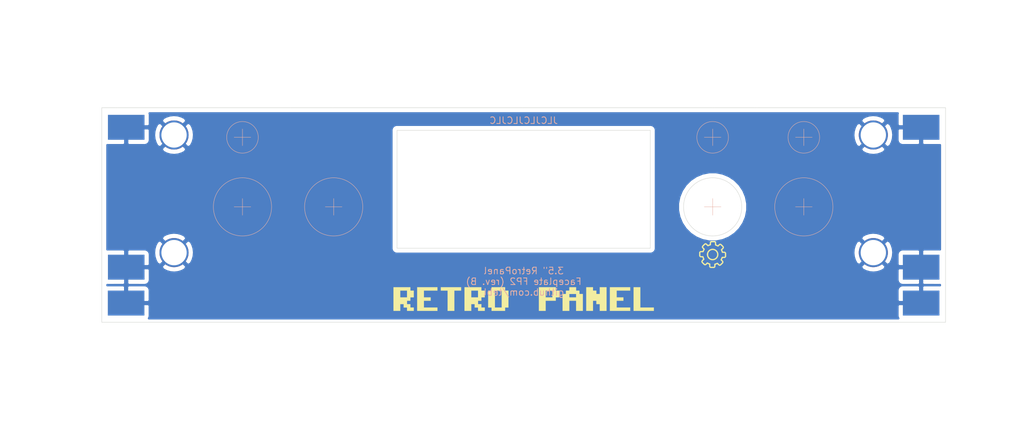
<source format=kicad_pcb>
(kicad_pcb (version 20171130) (host pcbnew "(5.1.8)-1")

  (general
    (thickness 1.6)
    (drawings 55)
    (tracks 0)
    (zones 0)
    (modules 12)
    (nets 2)
  )

  (page A4)
  (layers
    (0 F.Cu signal)
    (31 B.Cu signal)
    (32 B.Adhes user)
    (33 F.Adhes user)
    (34 B.Paste user)
    (35 F.Paste user)
    (36 B.SilkS user)
    (37 F.SilkS user)
    (38 B.Mask user)
    (39 F.Mask user)
    (40 Dwgs.User user)
    (41 Cmts.User user)
    (42 Eco1.User user)
    (43 Eco2.User user)
    (44 Edge.Cuts user)
    (45 Margin user)
    (46 B.CrtYd user)
    (47 F.CrtYd user)
    (48 B.Fab user hide)
    (49 F.Fab user)
  )

  (setup
    (last_trace_width 0.25)
    (trace_clearance 0.2)
    (zone_clearance 0.508)
    (zone_45_only no)
    (trace_min 0.2)
    (via_size 0.8)
    (via_drill 0.4)
    (via_min_size 0.4)
    (via_min_drill 0.3)
    (uvia_size 0.3)
    (uvia_drill 0.1)
    (uvias_allowed no)
    (uvia_min_size 0.2)
    (uvia_min_drill 0.1)
    (edge_width 0.05)
    (segment_width 0.2)
    (pcb_text_width 0.3)
    (pcb_text_size 1.5 1.5)
    (mod_edge_width 0.12)
    (mod_text_size 1 1)
    (mod_text_width 0.15)
    (pad_size 1.524 1.524)
    (pad_drill 0.762)
    (pad_to_mask_clearance 0)
    (aux_axis_origin 0 0)
    (grid_origin 100 100)
    (visible_elements 7FFFFFFF)
    (pcbplotparams
      (layerselection 0x011fc_ffffffff)
      (usegerberextensions true)
      (usegerberattributes false)
      (usegerberadvancedattributes false)
      (creategerberjobfile false)
      (excludeedgelayer true)
      (linewidth 0.100000)
      (plotframeref false)
      (viasonmask false)
      (mode 1)
      (useauxorigin false)
      (hpglpennumber 1)
      (hpglpenspeed 20)
      (hpglpendiameter 15.000000)
      (psnegative false)
      (psa4output false)
      (plotreference true)
      (plotvalue true)
      (plotinvisibletext false)
      (padsonsilk false)
      (subtractmaskfromsilk false)
      (outputformat 1)
      (mirror false)
      (drillshape 0)
      (scaleselection 1)
      (outputdirectory "export/"))
  )

  (net 0 "")
  (net 1 GND)

  (net_class Default "This is the default net class."
    (clearance 0.2)
    (trace_width 0.25)
    (via_dia 0.8)
    (via_drill 0.4)
    (uvia_dia 0.3)
    (uvia_drill 0.1)
  )

  (net_class PWR ""
    (clearance 0.2)
    (trace_width 0.381)
    (via_dia 0.8)
    (via_drill 0.4)
    (uvia_dia 0.3)
    (uvia_drill 0.1)
    (add_net GND)
  )

  (module RetroPanel:logo_small locked (layer F.Cu) (tedit 0) (tstamp 635F67D6)
    (at 150.75 102.286)
    (fp_text reference G*** (at 0 0) (layer F.SilkS) hide
      (effects (font (size 1.524 1.524) (thickness 0.3)))
    )
    (fp_text value LOGO (at 0.75 0) (layer F.SilkS) hide
      (effects (font (size 1.524 1.524) (thickness 0.3)))
    )
    (fp_poly (pts (xy -13.628028 -0.991591) (xy -13.221221 -0.991591) (xy -13.221221 -0.177978) (xy -13.628028 -0.177978)
      (xy -13.628028 0.228829) (xy -14.034835 0.228829) (xy -14.034835 0.635636) (xy -13.628028 0.635636)
      (xy -13.628028 1.042443) (xy -13.221221 1.042443) (xy -13.221221 1.44925) (xy -14.034835 1.44925)
      (xy -14.034835 1.042443) (xy -14.441642 1.042443) (xy -14.441642 0.635636) (xy -14.848449 0.635636)
      (xy -14.848449 1.44925) (xy -15.662062 1.44925) (xy -15.662062 -0.991591) (xy -14.848449 -0.991591)
      (xy -14.848449 -0.177978) (xy -14.034835 -0.177978) (xy -14.034835 -0.991591) (xy -14.848449 -0.991591)
      (xy -15.662062 -0.991591) (xy -15.662062 -1.398398) (xy -13.628028 -1.398398) (xy -13.628028 -0.991591)) (layer F.SilkS) (width 0.01))
    (fp_poly (pts (xy -10.373574 -0.991591) (xy -12.000801 -0.991591) (xy -12.000801 -0.177978) (xy -11.187187 -0.177978)
      (xy -11.187187 0.228829) (xy -12.000801 0.228829) (xy -12.000801 1.042443) (xy -10.373574 1.042443)
      (xy -10.373574 1.44925) (xy -12.814415 1.44925) (xy -12.814415 -1.398398) (xy -10.373574 -1.398398)
      (xy -10.373574 -0.991591)) (layer F.SilkS) (width 0.01))
    (fp_poly (pts (xy -7.525926 -0.991591) (xy -8.33954 -0.991591) (xy -8.33954 1.44925) (xy -9.153153 1.44925)
      (xy -9.153153 -0.991591) (xy -9.966767 -0.991591) (xy -9.966767 -1.398398) (xy -7.525926 -1.398398)
      (xy -7.525926 -0.991591)) (layer F.SilkS) (width 0.01))
    (fp_poly (pts (xy -5.085085 -0.991591) (xy -4.678279 -0.991591) (xy -4.678279 -0.177978) (xy -5.085085 -0.177978)
      (xy -5.085085 0.228829) (xy -5.491892 0.228829) (xy -5.491892 0.635636) (xy -5.085085 0.635636)
      (xy -5.085085 1.042443) (xy -4.678279 1.042443) (xy -4.678279 1.44925) (xy -5.491892 1.44925)
      (xy -5.491892 1.042443) (xy -5.898699 1.042443) (xy -5.898699 0.635636) (xy -6.305506 0.635636)
      (xy -6.305506 1.44925) (xy -7.119119 1.44925) (xy -7.119119 -0.991591) (xy -6.305506 -0.991591)
      (xy -6.305506 -0.177978) (xy -5.491892 -0.177978) (xy -5.491892 -0.991591) (xy -6.305506 -0.991591)
      (xy -7.119119 -0.991591) (xy -7.119119 -1.398398) (xy -5.085085 -1.398398) (xy -5.085085 -0.991591)) (layer F.SilkS) (width 0.01))
    (fp_poly (pts (xy -2.237438 -0.991591) (xy -1.830631 -0.991591) (xy -1.830631 1.042443) (xy -2.237438 1.042443)
      (xy -2.237438 1.44925) (xy -3.864665 1.44925) (xy -3.864665 1.042443) (xy -4.271472 1.042443)
      (xy -4.271472 -0.991591) (xy -3.864665 -0.991591) (xy -3.457858 -0.991591) (xy -3.457858 1.042443)
      (xy -2.644244 1.042443) (xy -2.644244 -0.991591) (xy -3.457858 -0.991591) (xy -3.864665 -0.991591)
      (xy -3.864665 -1.398398) (xy -2.237438 -1.398398) (xy -2.237438 -0.991591)) (layer F.SilkS) (width 0.01))
    (fp_poly (pts (xy 3.864664 -0.991591) (xy 4.271471 -0.991591) (xy 4.271471 -0.177978) (xy 3.864664 -0.177978)
      (xy 3.864664 0.228829) (xy 2.644244 0.228829) (xy 2.644244 1.44925) (xy 1.83063 1.44925)
      (xy 1.83063 -0.991591) (xy 2.644244 -0.991591) (xy 2.644244 -0.177978) (xy 3.457858 -0.177978)
      (xy 3.457858 -0.991591) (xy 2.644244 -0.991591) (xy 1.83063 -0.991591) (xy 1.83063 -1.398398)
      (xy 3.864664 -1.398398) (xy 3.864664 -0.991591)) (layer F.SilkS) (width 0.01))
    (fp_poly (pts (xy 6.305505 -0.991591) (xy 6.712312 -0.991591) (xy 6.712312 -0.584784) (xy 7.119119 -0.584784)
      (xy 7.119119 1.44925) (xy 6.305505 1.44925) (xy 6.305505 0.228829) (xy 5.491892 0.228829)
      (xy 5.491892 1.44925) (xy 4.678278 1.44925) (xy 4.678278 -0.584784) (xy 5.085085 -0.584784)
      (xy 5.491892 -0.584784) (xy 5.491892 -0.177978) (xy 6.305505 -0.177978) (xy 6.305505 -0.584784)
      (xy 5.491892 -0.584784) (xy 5.085085 -0.584784) (xy 5.085085 -0.991591) (xy 5.491892 -0.991591)
      (xy 5.491892 -1.398398) (xy 6.305505 -1.398398) (xy 6.305505 -0.991591)) (layer F.SilkS) (width 0.01))
    (fp_poly (pts (xy 8.339539 -0.991591) (xy 8.746346 -0.991591) (xy 8.746346 -0.584784) (xy 9.153153 -0.584784)
      (xy 9.153153 -1.398398) (xy 9.966767 -1.398398) (xy 9.966767 1.44925) (xy 9.153153 1.44925)
      (xy 9.153153 0.635636) (xy 8.746346 0.635636) (xy 8.746346 0.228829) (xy 8.339539 0.228829)
      (xy 8.339539 1.44925) (xy 7.525926 1.44925) (xy 7.525926 -1.398398) (xy 8.339539 -1.398398)
      (xy 8.339539 -0.991591)) (layer F.SilkS) (width 0.01))
    (fp_poly (pts (xy 12.814414 -0.991591) (xy 11.187187 -0.991591) (xy 11.187187 -0.177978) (xy 12.000801 -0.177978)
      (xy 12.000801 0.228829) (xy 11.187187 0.228829) (xy 11.187187 1.042443) (xy 12.814414 1.042443)
      (xy 12.814414 1.44925) (xy 10.373573 1.44925) (xy 10.373573 -1.398398) (xy 12.814414 -1.398398)
      (xy 12.814414 -0.991591)) (layer F.SilkS) (width 0.01))
    (fp_poly (pts (xy 14.034835 1.042443) (xy 15.662062 1.042443) (xy 15.662062 1.44925) (xy 13.221221 1.44925)
      (xy 13.221221 -1.398398) (xy 14.034835 -1.398398) (xy 14.034835 1.042443)) (layer F.SilkS) (width 0.01))
  )

  (module RetroPanel:icon_extra locked (layer F.Cu) (tedit 0) (tstamp 635F6674)
    (at 173.483 96.952)
    (fp_text reference G*** (at 0 0) (layer F.SilkS) hide
      (effects (font (size 1.524 1.524) (thickness 0.3)))
    )
    (fp_text value LOGO (at 0.75 0) (layer F.SilkS) hide
      (effects (font (size 1.524 1.524) (thickness 0.3)))
    )
    (fp_poly (pts (xy 0.293307 -1.604682) (xy 0.329081 -1.581706) (xy 0.362306 -1.550521) (xy 0.389554 -1.514849)
      (xy 0.405951 -1.482466) (xy 0.410612 -1.468728) (xy 0.414036 -1.45458) (xy 0.416408 -1.437801)
      (xy 0.417913 -1.416172) (xy 0.418737 -1.387472) (xy 0.419064 -1.34948) (xy 0.4191 -1.3246)
      (xy 0.4191 -1.201876) (xy 0.449262 -1.190624) (xy 0.466849 -1.183497) (xy 0.492459 -1.172402)
      (xy 0.522659 -1.158853) (xy 0.554019 -1.144368) (xy 0.554126 -1.144317) (xy 0.628828 -1.109263)
      (xy 0.709701 -1.188614) (xy 0.746615 -1.223987) (xy 0.777275 -1.250853) (xy 0.803788 -1.270263)
      (xy 0.828261 -1.283271) (xy 0.852801 -1.290927) (xy 0.879517 -1.294283) (xy 0.910515 -1.294392)
      (xy 0.92075 -1.29396) (xy 0.944641 -1.292336) (xy 0.965609 -1.289412) (xy 0.984986 -1.284301)
      (xy 1.004103 -1.276111) (xy 1.024292 -1.263953) (xy 1.046886 -1.246939) (xy 1.073216 -1.224178)
      (xy 1.104614 -1.194781) (xy 1.142413 -1.157858) (xy 1.178876 -1.121584) (xy 1.222355 -1.077837)
      (xy 1.257554 -1.041499) (xy 1.285434 -1.011263) (xy 1.306954 -0.985824) (xy 1.323071 -0.963874)
      (xy 1.334746 -0.944109) (xy 1.342938 -0.925221) (xy 1.348606 -0.905904) (xy 1.352708 -0.884853)
      (xy 1.352711 -0.884831) (xy 1.354583 -0.841523) (xy 1.347746 -0.796103) (xy 1.333154 -0.754704)
      (xy 1.332152 -0.752677) (xy 1.323605 -0.740038) (xy 1.307678 -0.720449) (xy 1.286064 -0.695842)
      (xy 1.26046 -0.66815) (xy 1.233752 -0.640512) (xy 1.148244 -0.553948) (xy 1.177582 -0.480618)
      (xy 1.190007 -0.448889) (xy 1.201573 -0.418153) (xy 1.210912 -0.392113) (xy 1.216301 -0.375699)
      (xy 1.225682 -0.34411) (xy 1.341503 -0.341867) (xy 1.38302 -0.340969) (xy 1.414143 -0.33992)
      (xy 1.437176 -0.338429) (xy 1.454424 -0.336207) (xy 1.468193 -0.332962) (xy 1.480787 -0.328405)
      (xy 1.493497 -0.322719) (xy 1.5346 -0.297247) (xy 1.571117 -0.262644) (xy 1.59952 -0.222433)
      (xy 1.605469 -0.210798) (xy 1.622425 -0.174625) (xy 1.622425 0.257175) (xy 1.604681 0.293307)
      (xy 1.581705 0.329081) (xy 1.55052 0.362306) (xy 1.514848 0.389554) (xy 1.482465 0.405951)
      (xy 1.468727 0.410612) (xy 1.454579 0.414036) (xy 1.4378 0.416408) (xy 1.416171 0.417913)
      (xy 1.387471 0.418737) (xy 1.349479 0.419064) (xy 1.324599 0.4191) (xy 1.201875 0.4191)
      (xy 1.190623 0.449262) (xy 1.183506 0.466821) (xy 1.172416 0.492417) (xy 1.158861 0.522633)
      (xy 1.144351 0.554051) (xy 1.144159 0.554458) (xy 1.108948 0.629492) (xy 1.182479 0.700508)
      (xy 1.218078 0.735675) (xy 1.24511 0.764848) (xy 1.264728 0.79021) (xy 1.278084 0.81394)
      (xy 1.28633 0.83822) (xy 1.290621 0.86523) (xy 1.292108 0.897152) (xy 1.29218 0.90805)
      (xy 1.291992 0.9338) (xy 1.290826 0.955747) (xy 1.287836 0.975229) (xy 1.282177 0.993586)
      (xy 1.273001 1.012159) (xy 1.259464 1.032288) (xy 1.24072 1.055313) (xy 1.215922 1.082574)
      (xy 1.184224 1.115412) (xy 1.14478 1.155165) (xy 1.121465 1.178479) (xy 1.078352 1.221335)
      (xy 1.042775 1.256021) (xy 1.013446 1.283501) (xy 0.989078 1.304739) (xy 0.968383 1.320699)
      (xy 0.950075 1.332347) (xy 0.932866 1.340646) (xy 0.915468 1.346561) (xy 0.896595 1.351056)
      (xy 0.889169 1.352517) (xy 0.848179 1.355226) (xy 0.804079 1.349692) (xy 0.762623 1.336772)
      (xy 0.75282 1.332225) (xy 0.74015 1.323663) (xy 0.720528 1.307716) (xy 0.695881 1.286076)
      (xy 0.66814 1.260436) (xy 0.640143 1.233387) (xy 0.553211 1.147515) (xy 0.499496 1.170591)
      (xy 0.467217 1.183821) (xy 0.431375 1.197538) (xy 0.399007 1.209061) (xy 0.394932 1.21042)
      (xy 0.344083 1.227172) (xy 0.341904 1.342248) (xy 0.341055 1.383321) (xy 0.340081 1.41401)
      (xy 0.338668 1.436629) (xy 0.336502 1.453493) (xy 0.33327 1.466917) (xy 0.328658 1.479216)
      (xy 0.322351 1.492703) (xy 0.321188 1.495079) (xy 0.293001 1.539411) (xy 0.256328 1.576575)
      (xy 0.213621 1.604118) (xy 0.210797 1.605469) (xy 0.174625 1.622425) (xy -0.03175 1.623751)
      (xy -0.093579 1.624013) (xy -0.143912 1.623903) (xy -0.183948 1.623382) (xy -0.214887 1.622415)
      (xy -0.237929 1.620965) (xy -0.254272 1.618995) (xy -0.264642 1.616622) (xy -0.307344 1.596901)
      (xy -0.346598 1.567289) (xy -0.379503 1.530547) (xy -0.403157 1.489431) (xy -0.406059 1.482179)
      (xy -0.410686 1.4685) (xy -0.414085 1.454327) (xy -0.416439 1.437445) (xy -0.417932 1.415638)
      (xy -0.418748 1.386691) (xy -0.419068 1.348389) (xy -0.4191 1.324599) (xy -0.4191 1.201875)
      (xy -0.449263 1.190623) (xy -0.466813 1.18351) (xy -0.492404 1.172421) (xy -0.522625 1.158864)
      (xy -0.554062 1.144345) (xy -0.554573 1.144105) (xy -0.629721 1.10884) (xy -0.700623 1.182386)
      (xy -0.735758 1.218016) (xy -0.764908 1.245071) (xy -0.790254 1.264706) (xy -0.813974 1.278073)
      (xy -0.838249 1.286327) (xy -0.865258 1.290621) (xy -0.89718 1.292108) (xy -0.90805 1.29218)
      (xy -0.93395 1.291978) (xy -0.956015 1.290767) (xy -0.975609 1.287695) (xy -0.994093 1.281911)
      (xy -1.012828 1.272563) (xy -1.033175 1.2588) (xy -1.056497 1.239769) (xy -1.084154 1.214619)
      (xy -1.117508 1.182499) (xy -1.157921 1.142557) (xy -1.175969 1.124596) (xy -1.215855 1.084731)
      (xy -1.247726 1.052452) (xy -1.272682 1.0265) (xy -1.291824 1.005619) (xy -1.306253 0.98855)
      (xy -1.317069 0.974037) (xy -1.325372 0.960821) (xy -1.332263 0.947646) (xy -1.333967 0.944056)
      (xy -1.345073 0.918164) (xy -1.351241 0.896421) (xy -1.353823 0.872625) (xy -1.354222 0.851201)
      (xy -1.353199 0.82238) (xy -1.349429 0.797104) (xy -1.341861 0.77353) (xy -1.329443 0.749815)
      (xy -1.311124 0.724115) (xy -1.28585 0.694586) (xy -1.252572 0.659385) (xy -1.234022 0.640514)
      (xy -1.147773 0.55347) (xy -1.170339 0.500572) (xy -1.183633 0.468093) (xy -1.19766 0.431742)
      (xy -1.209597 0.398856) (xy -1.210626 0.395869) (xy -1.228346 0.344063) (xy -1.342836 0.341894)
      (xy -1.383797 0.341046) (xy -1.414384 0.340068) (xy -1.436921 0.338646) (xy -1.453732 0.336462)
      (xy -1.467142 0.3332) (xy -1.479474 0.328545) (xy -1.493053 0.322181) (xy -1.49508 0.321188)
      (xy -1.539412 0.293001) (xy -1.576576 0.256328) (xy -1.604119 0.213621) (xy -1.60547 0.210797)
      (xy -1.622425 0.174625) (xy -1.622425 -0.041145) (xy -1.479551 -0.041145) (xy -1.479476 0.01366)
      (xy -1.479202 0.057201) (xy -1.478655 0.090911) (xy -1.477763 0.116223) (xy -1.476452 0.134573)
      (xy -1.474647 0.147395) (xy -1.472277 0.156122) (xy -1.469267 0.162189) (xy -1.469126 0.162406)
      (xy -1.462234 0.171929) (xy -1.454467 0.179327) (xy -1.444176 0.184914) (xy -1.429711 0.189003)
      (xy -1.409424 0.191906) (xy -1.381666 0.193939) (xy -1.344786 0.195413) (xy -1.297136 0.196643)
      (xy -1.287863 0.19685) (xy -1.143801 0.200025) (xy -1.125218 0.217844) (xy -1.113972 0.231707)
      (xy -1.104493 0.251173) (xy -1.095421 0.279257) (xy -1.092302 0.290869) (xy -1.081424 0.327549)
      (xy -1.066351 0.371305) (xy -1.0487 0.417923) (xy -1.03009 0.463186) (xy -1.012137 0.502881)
      (xy -1.006666 0.513973) (xy -0.99561 0.542229) (xy -0.990689 0.569084) (xy -0.9906 0.572465)
      (xy -0.990883 0.581127) (xy -0.992433 0.589106) (xy -0.996306 0.597724) (xy -1.003554 0.6083)
      (xy -1.015232 0.622156) (xy -1.032395 0.640613) (xy -1.056096 0.664991) (xy -1.087389 0.696611)
      (xy -1.099038 0.708333) (xy -1.133466 0.743125) (xy -1.159901 0.770338) (xy -1.179427 0.791274)
      (xy -1.193128 0.807235) (xy -1.20209 0.819524) (xy -1.207395 0.829443) (xy -1.21013 0.838295)
      (xy -1.210861 0.842649) (xy -1.209835 0.871689) (xy -1.20451 0.886379) (xy -1.197496 0.895684)
      (xy -1.18269 0.912483) (xy -1.16139 0.935403) (xy -1.134894 0.963068) (xy -1.1045 0.994105)
      (xy -1.07205 1.026601) (xy -1.028824 1.069333) (xy -0.993161 1.10334) (xy -0.963514 1.128747)
      (xy -0.938336 1.145679) (xy -0.916082 1.154259) (xy -0.895204 1.154612) (xy -0.874156 1.146862)
      (xy -0.851392 1.131135) (xy -0.825364 1.107554) (xy -0.794527 1.076244) (xy -0.770295 1.05089)
      (xy -0.742682 1.022391) (xy -0.717132 0.99683) (xy -0.695254 0.975754) (xy -0.678655 0.960708)
      (xy -0.668945 0.953237) (xy -0.66839 0.952955) (xy -0.652091 0.947663) (xy -0.634977 0.94742)
      (xy -0.614596 0.952841) (xy -0.588499 0.964541) (xy -0.559205 0.980323) (xy -0.484231 1.019377)
      (xy -0.409399 1.052423) (xy -0.354916 1.072423) (xy -0.334055 1.079406) (xy -0.317654 1.086003)
      (xy -0.305143 1.093759) (xy -0.295955 1.104218) (xy -0.289519 1.118923) (xy -0.285267 1.13942)
      (xy -0.28263 1.167252) (xy -0.281038 1.203963) (xy -0.279923 1.251098) (xy -0.2794 1.277341)
      (xy -0.276225 1.436098) (xy -0.228787 1.47955) (xy -0.041145 1.47955) (xy 0.01366 1.479475)
      (xy 0.057201 1.479201) (xy 0.090911 1.478654) (xy 0.116223 1.477762) (xy 0.134573 1.476451)
      (xy 0.147395 1.474646) (xy 0.156122 1.472276) (xy 0.162189 1.469266) (xy 0.162406 1.469125)
      (xy 0.171929 1.462233) (xy 0.179327 1.454466) (xy 0.184914 1.444175) (xy 0.189003 1.42971)
      (xy 0.191906 1.409423) (xy 0.193939 1.381665) (xy 0.195413 1.344785) (xy 0.196643 1.297135)
      (xy 0.19685 1.287862) (xy 0.200025 1.1438) (xy 0.217844 1.125217) (xy 0.231707 1.113971)
      (xy 0.251173 1.104492) (xy 0.279257 1.09542) (xy 0.290869 1.092301) (xy 0.327549 1.081423)
      (xy 0.371305 1.06635) (xy 0.417923 1.048699) (xy 0.463186 1.030089) (xy 0.502881 1.012136)
      (xy 0.513973 1.006665) (xy 0.542229 0.995609) (xy 0.569084 0.990688) (xy 0.572465 0.9906)
      (xy 0.581127 0.990882) (xy 0.589106 0.992432) (xy 0.597724 0.996305) (xy 0.6083 1.003553)
      (xy 0.622156 1.015231) (xy 0.640613 1.032394) (xy 0.664991 1.056095) (xy 0.696611 1.087388)
      (xy 0.708333 1.099037) (xy 0.743125 1.133465) (xy 0.770338 1.1599) (xy 0.791274 1.179426)
      (xy 0.807235 1.193127) (xy 0.819524 1.202089) (xy 0.829443 1.207394) (xy 0.838295 1.210129)
      (xy 0.842649 1.21086) (xy 0.871689 1.209834) (xy 0.886379 1.204509) (xy 0.895684 1.197495)
      (xy 0.912483 1.182689) (xy 0.935403 1.161389) (xy 0.963068 1.134893) (xy 0.994105 1.104499)
      (xy 1.026601 1.072049) (xy 1.069301 1.028854) (xy 1.103281 0.993223) (xy 1.128671 0.963608)
      (xy 1.145602 0.938465) (xy 1.154206 0.91625) (xy 1.154611 0.895416) (xy 1.146951 0.874419)
      (xy 1.131354 0.851714) (xy 1.107953 0.825756) (xy 1.076877 0.794998) (xy 1.052067 0.771166)
      (xy 1.023729 0.743666) (xy 0.998242 0.718336) (xy 0.977172 0.696778) (xy 0.962084 0.680598)
      (xy 0.954544 0.671399) (xy 0.954312 0.67101) (xy 0.94794 0.654627) (xy 0.947373 0.636536)
      (xy 0.953124 0.614519) (xy 0.965711 0.586358) (xy 0.980323 0.559204) (xy 1.019377 0.48423)
      (xy 1.052423 0.409398) (xy 1.072423 0.354915) (xy 1.079406 0.334054) (xy 1.086003 0.317653)
      (xy 1.093759 0.305142) (xy 1.104218 0.295954) (xy 1.118923 0.289518) (xy 1.13942 0.285266)
      (xy 1.167252 0.282629) (xy 1.203963 0.281037) (xy 1.251098 0.279922) (xy 1.277341 0.2794)
      (xy 1.436098 0.276225) (xy 1.457824 0.252505) (xy 1.479549 0.228786) (xy 1.479549 0.041144)
      (xy 1.479475 -0.013661) (xy 1.479201 -0.057202) (xy 1.478654 -0.090912) (xy 1.477762 -0.116224)
      (xy 1.476451 -0.134574) (xy 1.474646 -0.147396) (xy 1.472276 -0.156123) (xy 1.469266 -0.16219)
      (xy 1.469125 -0.162407) (xy 1.462233 -0.17193) (xy 1.454466 -0.179328) (xy 1.444175 -0.184915)
      (xy 1.42971 -0.189004) (xy 1.409423 -0.191907) (xy 1.381665 -0.19394) (xy 1.344785 -0.195414)
      (xy 1.297135 -0.196644) (xy 1.287862 -0.19685) (xy 1.1438 -0.200025) (xy 1.124802 -0.218243)
      (xy 1.107105 -0.24333) (xy 1.098108 -0.269043) (xy 1.088076 -0.305486) (xy 1.073786 -0.349322)
      (xy 1.056674 -0.396593) (xy 1.038178 -0.443339) (xy 1.019733 -0.485602) (xy 1.018673 -0.48788)
      (xy 1.002874 -0.524356) (xy 0.993911 -0.552508) (xy 0.991454 -0.574495) (xy 0.995173 -0.592476)
      (xy 1.000998 -0.603425) (xy 1.008448 -0.612482) (xy 1.023411 -0.628945) (xy 1.04441 -0.651251)
      (xy 1.069967 -0.677839) (xy 1.098605 -0.707144) (xy 1.109411 -0.718087) (xy 1.141977 -0.751153)
      (xy 1.166605 -0.776743) (xy 1.184439 -0.79626) (xy 1.196625 -0.811106) (xy 1.204304 -0.822685)
      (xy 1.208622 -0.832399) (xy 1.210722 -0.84165) (xy 1.210835 -0.842466) (xy 1.209869 -0.871602)
      (xy 1.204564 -0.88638) (xy 1.197558 -0.895681) (xy 1.182749 -0.912463) (xy 1.161436 -0.935355)
      (xy 1.134919 -0.962982) (xy 1.104498 -0.993971) (xy 1.072104 -1.026325) (xy 1.032784 -1.065006)
      (xy 1.001087 -1.095477) (xy 0.975758 -1.118609) (xy 0.955544 -1.135274) (xy 0.939192 -1.146346)
      (xy 0.925446 -1.152696) (xy 0.913054 -1.155196) (xy 0.900762 -1.154719) (xy 0.890283 -1.152807)
      (xy 0.878236 -1.146277) (xy 0.858238 -1.130363) (xy 0.830593 -1.105334) (xy 0.795605 -1.071457)
      (xy 0.780745 -1.056618) (xy 0.751931 -1.028032) (xy 0.725093 -1.002132) (xy 0.701881 -0.980452)
      (xy 0.683943 -0.964527) (xy 0.672928 -0.955892) (xy 0.671827 -0.955241) (xy 0.655198 -0.948596)
      (xy 0.638051 -0.947245) (xy 0.617945 -0.95173) (xy 0.59244 -0.962596) (xy 0.559204 -0.980324)
      (xy 0.48423 -1.019378) (xy 0.409398 -1.052424) (xy 0.354915 -1.072424) (xy 0.334054 -1.079407)
      (xy 0.317653 -1.086004) (xy 0.305142 -1.09376) (xy 0.295954 -1.104219) (xy 0.289518 -1.118924)
      (xy 0.285266 -1.139421) (xy 0.282629 -1.167253) (xy 0.281037 -1.203964) (xy 0.279922 -1.251099)
      (xy 0.2794 -1.277342) (xy 0.276225 -1.436099) (xy 0.252505 -1.457825) (xy 0.228786 -1.47955)
      (xy 0.041144 -1.47955) (xy -0.013661 -1.479476) (xy -0.057202 -1.479202) (xy -0.090912 -1.478655)
      (xy -0.116224 -1.477763) (xy -0.134574 -1.476452) (xy -0.147396 -1.474647) (xy -0.156123 -1.472277)
      (xy -0.16219 -1.469267) (xy -0.162407 -1.469126) (xy -0.17193 -1.462234) (xy -0.179328 -1.454467)
      (xy -0.184915 -1.444176) (xy -0.189004 -1.429711) (xy -0.191907 -1.409424) (xy -0.19394 -1.381666)
      (xy -0.195414 -1.344786) (xy -0.196644 -1.297136) (xy -0.19685 -1.287863) (xy -0.200025 -1.143801)
      (xy -0.217845 -1.125218) (xy -0.231708 -1.113972) (xy -0.251174 -1.104493) (xy -0.279258 -1.095421)
      (xy -0.29087 -1.092302) (xy -0.32755 -1.081424) (xy -0.371306 -1.066351) (xy -0.417924 -1.0487)
      (xy -0.463187 -1.03009) (xy -0.502882 -1.012137) (xy -0.513974 -1.006666) (xy -0.548496 -0.9936)
      (xy -0.578222 -0.992012) (xy -0.603757 -1.001888) (xy -0.607157 -1.004278) (xy -0.617128 -1.012803)
      (xy -0.634425 -1.028735) (xy -0.657394 -1.050502) (xy -0.684378 -1.07653) (xy -0.713724 -1.105247)
      (xy -0.721264 -1.112692) (xy -0.753787 -1.144661) (xy -0.778871 -1.168711) (xy -0.797954 -1.186006)
      (xy -0.812474 -1.197709) (xy -0.823868 -1.204985) (xy -0.833574 -1.208997) (xy -0.842468 -1.210837)
      (xy -0.871602 -1.20987) (xy -0.88638 -1.204565) (xy -0.895681 -1.197559) (xy -0.912463 -1.18275)
      (xy -0.935355 -1.161437) (xy -0.962982 -1.13492) (xy -0.993971 -1.104499) (xy -1.026325 -1.072105)
      (xy -1.065006 -1.032785) (xy -1.095477 -1.001088) (xy -1.118609 -0.975759) (xy -1.135274 -0.955545)
      (xy -1.146346 -0.939193) (xy -1.152696 -0.925447) (xy -1.155196 -0.913055) (xy -1.154719 -0.900763)
      (xy -1.152807 -0.890284) (xy -1.146277 -0.878237) (xy -1.130363 -0.858239) (xy -1.105334 -0.830594)
      (xy -1.071457 -0.795606) (xy -1.056618 -0.780746) (xy -1.028032 -0.751932) (xy -1.002132 -0.725094)
      (xy -0.980452 -0.701882) (xy -0.964527 -0.683944) (xy -0.955892 -0.672929) (xy -0.955241 -0.671828)
      (xy -0.948596 -0.655199) (xy -0.947245 -0.638052) (xy -0.95173 -0.617946) (xy -0.962596 -0.592441)
      (xy -0.980324 -0.559205) (xy -1.019378 -0.484231) (xy -1.052424 -0.409399) (xy -1.072424 -0.354916)
      (xy -1.079407 -0.334055) (xy -1.086004 -0.317654) (xy -1.09376 -0.305143) (xy -1.104219 -0.295955)
      (xy -1.118924 -0.289519) (xy -1.139421 -0.285267) (xy -1.167253 -0.28263) (xy -1.203964 -0.281038)
      (xy -1.251099 -0.279923) (xy -1.277342 -0.2794) (xy -1.436099 -0.276225) (xy -1.457825 -0.252506)
      (xy -1.47955 -0.228787) (xy -1.479551 -0.041145) (xy -1.622425 -0.041145) (xy -1.622425 -0.257175)
      (xy -1.604682 -0.293308) (xy -1.581706 -0.329082) (xy -1.550521 -0.362307) (xy -1.514849 -0.389555)
      (xy -1.482466 -0.405952) (xy -1.468728 -0.410613) (xy -1.45458 -0.414037) (xy -1.437801 -0.416409)
      (xy -1.416172 -0.417914) (xy -1.387472 -0.418738) (xy -1.34948 -0.419065) (xy -1.3246 -0.419101)
      (xy -1.201876 -0.419101) (xy -1.190624 -0.449263) (xy -1.183497 -0.46685) (xy -1.172402 -0.49246)
      (xy -1.158853 -0.52266) (xy -1.144368 -0.55402) (xy -1.144317 -0.554127) (xy -1.109263 -0.628829)
      (xy -1.188614 -0.709702) (xy -1.223987 -0.746616) (xy -1.250853 -0.777276) (xy -1.270263 -0.803789)
      (xy -1.283271 -0.828262) (xy -1.290927 -0.852802) (xy -1.294283 -0.879518) (xy -1.294392 -0.910516)
      (xy -1.29396 -0.92075) (xy -1.292337 -0.944611) (xy -1.289415 -0.965559) (xy -1.284307 -0.984927)
      (xy -1.276123 -1.004045) (xy -1.263977 -1.024245) (xy -1.246979 -1.046859) (xy -1.224243 -1.073217)
      (xy -1.194881 -1.10465) (xy -1.158004 -1.14249) (xy -1.121584 -1.179184) (xy -1.08223 -1.218524)
      (xy -1.050437 -1.249874) (xy -1.024917 -1.274353) (xy -1.004384 -1.293083) (xy -0.98755 -1.307183)
      (xy -0.973128 -1.317774) (xy -0.959831 -1.325977) (xy -0.946372 -1.332912) (xy -0.943369 -1.334329)
      (xy -0.917185 -1.345587) (xy -0.895568 -1.351776) (xy -0.872212 -1.354272) (xy -0.850531 -1.354551)
      (xy -0.821751 -1.353324) (xy -0.796458 -1.349339) (xy -0.772809 -1.341536) (xy -0.748959 -1.328858)
      (xy -0.723063 -1.310246) (xy -0.693278 -1.28464) (xy -0.657759 -1.250984) (xy -0.640499 -1.234006)
      (xy -0.55344 -1.147742) (xy -0.484683 -1.176522) (xy -0.453162 -1.189364) (xy -0.421844 -1.201523)
      (xy -0.394888 -1.211414) (xy -0.380002 -1.2164) (xy -0.344079 -1.227498) (xy -0.341902 -1.342412)
      (xy -0.341053 -1.383454) (xy -0.340078 -1.414114) (xy -0.338663 -1.436711) (xy -0.336492 -1.45356)
      (xy -0.333252 -1.46698) (xy -0.328628 -1.479288) (xy -0.322305 -1.4928) (xy -0.321189 -1.49508)
      (xy -0.293002 -1.539412) (xy -0.256329 -1.576576) (xy -0.213622 -1.604119) (xy -0.210798 -1.60547)
      (xy -0.174625 -1.622425) (xy 0.257175 -1.622425) (xy 0.293307 -1.604682)) (layer F.SilkS) (width 0.01))
    (fp_poly (pts (xy 0.048919 -0.688641) (xy 0.068581 -0.686783) (xy 0.130846 -0.678005) (xy 0.186027 -0.665306)
      (xy 0.239433 -0.647155) (xy 0.296371 -0.622018) (xy 0.301625 -0.619471) (xy 0.382569 -0.574095)
      (xy 0.453387 -0.521556) (xy 0.515031 -0.460904) (xy 0.568452 -0.391186) (xy 0.6146 -0.311451)
      (xy 0.61947 -0.301625) (xy 0.655425 -0.215126) (xy 0.678841 -0.128406) (xy 0.689864 -0.04066)
      (xy 0.68864 0.048919) (xy 0.686782 0.068581) (xy 0.678004 0.130846) (xy 0.665305 0.186027)
      (xy 0.647154 0.239433) (xy 0.622017 0.296371) (xy 0.61947 0.301625) (xy 0.573884 0.382793)
      (xy 0.520916 0.453932) (xy 0.459702 0.515905) (xy 0.38938 0.569576) (xy 0.309086 0.615807)
      (xy 0.301625 0.619494) (xy 0.215445 0.655376) (xy 0.128882 0.678796) (xy 0.040679 0.689964)
      (xy -0.050419 0.689087) (xy -0.092075 0.684897) (xy -0.159432 0.672529) (xy -0.225822 0.65218)
      (xy -0.295122 0.622641) (xy -0.301625 0.619494) (xy -0.382825 0.573867) (xy -0.453977 0.520876)
      (xy -0.515947 0.459657) (xy -0.569596 0.389347) (xy -0.615788 0.309083) (xy -0.619471 0.301625)
      (xy -0.645456 0.243671) (xy -0.664299 0.189536) (xy -0.677551 0.133871) (xy -0.686761 0.071327)
      (xy -0.687104 0.068279) (xy -0.690183 -0.002514) (xy -0.544987 -0.002514) (xy -0.543267 0.044821)
      (xy -0.539035 0.089832) (xy -0.532488 0.127997) (xy -0.530459 0.136134) (xy -0.502269 0.217261)
      (xy -0.463982 0.290977) (xy -0.416197 0.356713) (xy -0.359512 0.413901) (xy -0.294527 0.461974)
      (xy -0.221841 0.500363) (xy -0.142052 0.528501) (xy -0.10795 0.536829) (xy -0.077225 0.541161)
      (xy -0.038084 0.54339) (xy 0.005593 0.543616) (xy 0.049924 0.541936) (xy 0.091028 0.538449)
      (xy 0.125022 0.533255) (xy 0.136134 0.530619) (xy 0.216941 0.502225) (xy 0.290479 0.463888)
      (xy 0.356109 0.416316) (xy 0.413188 0.360212) (xy 0.461074 0.296284) (xy 0.499128 0.225237)
      (xy 0.526707 0.147777) (xy 0.540106 0.086056) (xy 0.543998 0.047646) (xy 0.544986 0.002513)
      (xy 0.543266 -0.044822) (xy 0.539034 -0.089833) (xy 0.532487 -0.127998) (xy 0.530458 -0.136135)
      (xy 0.502488 -0.216495) (xy 0.464432 -0.289778) (xy 0.417034 -0.355309) (xy 0.361038 -0.412411)
      (xy 0.297187 -0.460408) (xy 0.226227 -0.498622) (xy 0.148902 -0.526378) (xy 0.086056 -0.540107)
      (xy 0.047646 -0.543999) (xy 0.002513 -0.544987) (xy -0.044822 -0.543267) (xy -0.089833 -0.539035)
      (xy -0.127998 -0.532488) (xy -0.136135 -0.530459) (xy -0.216495 -0.502489) (xy -0.289778 -0.464433)
      (xy -0.355309 -0.417035) (xy -0.412411 -0.361039) (xy -0.460408 -0.297188) (xy -0.498622 -0.226228)
      (xy -0.526378 -0.148903) (xy -0.540107 -0.086057) (xy -0.543999 -0.047647) (xy -0.544987 -0.002514)
      (xy -0.690183 -0.002514) (xy -0.690996 -0.021183) (xy -0.682517 -0.109267) (xy -0.661566 -0.196523)
      (xy -0.628041 -0.2835) (xy -0.619471 -0.301625) (xy -0.574095 -0.38257) (xy -0.521556 -0.453388)
      (xy -0.460904 -0.515032) (xy -0.391186 -0.568453) (xy -0.311451 -0.614601) (xy -0.301625 -0.619471)
      (xy -0.215126 -0.655426) (xy -0.128406 -0.678842) (xy -0.04066 -0.689865) (xy 0.048919 -0.688641)) (layer F.SilkS) (width 0.01))
  )

  (module mounting:M3_pin (layer F.Cu) (tedit 5F76331A) (tstamp 6359B786)
    (at 108.6875 82.575)
    (descr "module 1 pin (ou trou mecanique de percage)")
    (tags DEV)
    (path /62827110)
    (fp_text reference M4 (at 0 -3.048) (layer F.Fab) hide
      (effects (font (size 1 1) (thickness 0.15)))
    )
    (fp_text value Mounting_Pin (at 0 3) (layer F.Fab) hide
      (effects (font (size 1 1) (thickness 0.15)))
    )
    (fp_circle (center 0 0) (end 2 0.8) (layer F.Fab) (width 0.1))
    (fp_circle (center 0 0) (end 2.6 0) (layer F.CrtYd) (width 0.05))
    (pad 1 thru_hole circle (at 0 0) (size 3.5 3.5) (drill 3.048) (layers *.Cu *.Mask)
      (net 1 GND) (solder_mask_margin 0.8))
  )

  (module mounting:M3_pin (layer F.Cu) (tedit 5F76331A) (tstamp 6359B752)
    (at 108.6875 96.725)
    (descr "module 1 pin (ou trou mecanique de percage)")
    (tags DEV)
    (path /6282631C)
    (fp_text reference M1 (at 3.048 0) (layer F.Fab) hide
      (effects (font (size 1 1) (thickness 0.15)))
    )
    (fp_text value Mounting_Pin (at 0 3) (layer F.Fab) hide
      (effects (font (size 1 1) (thickness 0.15)))
    )
    (fp_circle (center 0 0) (end 2.6 0) (layer F.CrtYd) (width 0.05))
    (fp_circle (center 0 0) (end 2 0.8) (layer F.Fab) (width 0.1))
    (pad 1 thru_hole circle (at 0 0) (size 3.5 3.5) (drill 3.048) (layers *.Cu *.Mask)
      (net 1 GND) (solder_mask_margin 0.8))
  )

  (module mounting:M3_pin (layer F.Cu) (tedit 5F76331A) (tstamp 6282A42B)
    (at 192.8125 96.725)
    (descr "module 1 pin (ou trou mecanique de percage)")
    (tags DEV)
    (path /62826824)
    (fp_text reference M2 (at 0 -3.048) (layer F.Fab) hide
      (effects (font (size 1 1) (thickness 0.15)))
    )
    (fp_text value Mounting_Pin (at 0 3) (layer F.Fab) hide
      (effects (font (size 1 1) (thickness 0.15)))
    )
    (fp_circle (center 0 0) (end 2 0.8) (layer F.Fab) (width 0.1))
    (fp_circle (center 0 0) (end 2.6 0) (layer F.CrtYd) (width 0.05))
    (pad 1 thru_hole circle (at 0 0) (size 3.5 3.5) (drill 3.048) (layers *.Cu *.Mask)
      (net 1 GND) (solder_mask_margin 0.8))
  )

  (module mounting:M3_pin (layer F.Cu) (tedit 5F76331A) (tstamp 6355E063)
    (at 192.8125 82.575)
    (descr "module 1 pin (ou trou mecanique de percage)")
    (tags DEV)
    (path /62826D8F)
    (fp_text reference M3 (at 0 -3.048) (layer F.Fab) hide
      (effects (font (size 1 1) (thickness 0.15)))
    )
    (fp_text value Mounting_Pin (at 0 3) (layer F.Fab) hide
      (effects (font (size 1 1) (thickness 0.15)))
    )
    (fp_circle (center 0 0) (end 2 0.8) (layer F.Fab) (width 0.1))
    (fp_circle (center 0 0) (end 2.6 0) (layer F.CrtYd) (width 0.05))
    (pad 1 thru_hole circle (at 0 0) (size 3.5 3.5) (drill 3.048) (layers *.Cu *.Mask)
      (net 1 GND) (solder_mask_margin 0.8))
  )

  (module RetroPanel:B.Pad_pin (layer F.Cu) (tedit 6359D8D4) (tstamp 635F0015)
    (at 102.9345 81.6485 270)
    (descr "module 1 pin (ou trou mecanique de percage)")
    (tags DEV)
    (path /637825FA)
    (fp_text reference M5 (at 0 -4.445 90) (layer F.Fab) hide
      (effects (font (size 1 1) (thickness 0.15)))
    )
    (fp_text value Mounting_Pad (at 0 -3.175 90) (layer F.Fab) hide
      (effects (font (size 1 1) (thickness 0.15)))
    )
    (pad 1 smd rect (at 0 0 270) (size 3 4.4) (layers B.Cu B.Paste B.Mask)
      (net 1 GND))
  )

  (module RetroPanel:B.Pad_pin (layer F.Cu) (tedit 6359D8D4) (tstamp 635F0019)
    (at 102.9345 98.476 270)
    (descr "module 1 pin (ou trou mecanique de percage)")
    (tags DEV)
    (path /63790274)
    (fp_text reference M7 (at 0 -4.445 90) (layer F.Fab) hide
      (effects (font (size 1 1) (thickness 0.15)))
    )
    (fp_text value Mounting_Pad (at 0 -3.175 90) (layer F.Fab) hide
      (effects (font (size 1 1) (thickness 0.15)))
    )
    (pad 1 smd rect (at 0 0 270) (size 3 4.4) (layers B.Cu B.Paste B.Mask)
      (net 1 GND))
  )

  (module RetroPanel:B.Pad_pin (layer F.Cu) (tedit 6359D8D4) (tstamp 635F001D)
    (at 198.5655 81.6485 90)
    (descr "module 1 pin (ou trou mecanique de percage)")
    (tags DEV)
    (path /637AD756)
    (fp_text reference M9 (at 0 -4.445 90) (layer F.Fab) hide
      (effects (font (size 1 1) (thickness 0.15)))
    )
    (fp_text value Mounting_Pad (at 0 -3.175 90) (layer F.Fab) hide
      (effects (font (size 1 1) (thickness 0.15)))
    )
    (pad 1 smd rect (at 0 0 90) (size 3 4.4) (layers B.Cu B.Paste B.Mask)
      (net 1 GND))
  )

  (module RetroPanel:B.Pad_pin (layer F.Cu) (tedit 6359D8D4) (tstamp 635F0021)
    (at 198.5655 98.476 90)
    (descr "module 1 pin (ou trou mecanique de percage)")
    (tags DEV)
    (path /637AD750)
    (fp_text reference M10 (at 0 -4.445 90) (layer F.Fab) hide
      (effects (font (size 1 1) (thickness 0.15)))
    )
    (fp_text value Mounting_Pad (at 0 -3.175 90) (layer F.Fab) hide
      (effects (font (size 1 1) (thickness 0.15)))
    )
    (pad 1 smd rect (at 0 0 90) (size 3 4.4) (layers B.Cu B.Paste B.Mask)
      (net 1 GND))
  )

  (module RetroPanel:B.Pad_pin (layer F.Cu) (tedit 6359D8D4) (tstamp 635F5F6A)
    (at 102.921 102.794 90)
    (descr "module 1 pin (ou trou mecanique de percage)")
    (tags DEV)
    (path /63626FE3)
    (fp_text reference M6 (at 0 -4.445 90) (layer F.Fab) hide
      (effects (font (size 1 1) (thickness 0.15)))
    )
    (fp_text value Mounting_Pad (at 0 -3.175 90) (layer F.Fab) hide
      (effects (font (size 1 1) (thickness 0.15)))
    )
    (pad 1 smd rect (at 0 0 90) (size 3 4.4) (layers B.Cu B.Paste B.Mask)
      (net 1 GND))
  )

  (module RetroPanel:B.Pad_pin (layer F.Cu) (tedit 6359D8D4) (tstamp 635F5F6F)
    (at 198.5655 102.794 90)
    (descr "module 1 pin (ou trou mecanique de percage)")
    (tags DEV)
    (path /63626FDD)
    (fp_text reference M8 (at 0 -4.445 90) (layer F.Fab) hide
      (effects (font (size 1 1) (thickness 0.15)))
    )
    (fp_text value Mounting_Pad (at 0 -3.175 90) (layer F.Fab) hide
      (effects (font (size 1 1) (thickness 0.15)))
    )
    (pad 1 smd rect (at 0 0 90) (size 3 4.4) (layers B.Cu B.Paste B.Mask)
      (net 1 GND))
  )

  (gr_line (start 173.483 91.221) (end 173.483 90.221) (layer B.SilkS) (width 0.05) (tstamp 63CEFCFE))
  (gr_line (start 173.483 91.221) (end 174.483 91.221) (layer B.SilkS) (width 0.05) (tstamp 63CEFCFD))
  (gr_line (start 173.483 91.221) (end 172.483 91.221) (layer B.SilkS) (width 0.05) (tstamp 63CEFCFC))
  (gr_line (start 173.483 91.221) (end 173.483 92.221) (layer B.SilkS) (width 0.05) (tstamp 63CEFCFB))
  (gr_line (start 184.453 91.221) (end 184.453 90.221) (layer B.SilkS) (width 0.05) (tstamp 63CEFCFE))
  (gr_line (start 184.453 91.221) (end 185.453 91.221) (layer B.SilkS) (width 0.05) (tstamp 63CEFCFD))
  (gr_line (start 184.453 91.221) (end 183.453 91.221) (layer B.SilkS) (width 0.05) (tstamp 63CEFCFC))
  (gr_line (start 184.453 91.221) (end 184.453 92.221) (layer B.SilkS) (width 0.05) (tstamp 63CEFCFB))
  (gr_line (start 184.453 82.855) (end 184.453 81.855) (layer B.SilkS) (width 0.05) (tstamp 63CEFCFE))
  (gr_line (start 184.453 82.855) (end 185.453 82.855) (layer B.SilkS) (width 0.05) (tstamp 63CEFCFD))
  (gr_line (start 184.453 82.855) (end 183.453 82.855) (layer B.SilkS) (width 0.05) (tstamp 63CEFCFC))
  (gr_line (start 184.453 82.855) (end 184.453 83.855) (layer B.SilkS) (width 0.05) (tstamp 63CEFCFB))
  (gr_line (start 173.483 82.855) (end 173.483 81.855) (layer B.SilkS) (width 0.05) (tstamp 63CEFCFE))
  (gr_line (start 173.483 82.855) (end 174.483 82.855) (layer B.SilkS) (width 0.05) (tstamp 63CEFCFD))
  (gr_line (start 173.483 82.855) (end 172.483 82.855) (layer B.SilkS) (width 0.05) (tstamp 63CEFCFC))
  (gr_line (start 173.483 82.855) (end 173.483 83.855) (layer B.SilkS) (width 0.05) (tstamp 63CEFCFB))
  (gr_line (start 116.92 82.855) (end 116.92 81.855) (layer B.SilkS) (width 0.05) (tstamp 63CEFCFE))
  (gr_line (start 116.92 82.855) (end 117.92 82.855) (layer B.SilkS) (width 0.05) (tstamp 63CEFCFD))
  (gr_line (start 116.92 82.855) (end 115.92 82.855) (layer B.SilkS) (width 0.05) (tstamp 63CEFCFC))
  (gr_line (start 116.92 82.855) (end 116.92 83.855) (layer B.SilkS) (width 0.05) (tstamp 63CEFCFB))
  (gr_line (start 116.92 91.221) (end 116.92 90.221) (layer B.SilkS) (width 0.05) (tstamp 63CEFCFE))
  (gr_line (start 116.92 91.221) (end 117.92 91.221) (layer B.SilkS) (width 0.05) (tstamp 63CEFCFD))
  (gr_line (start 116.92 91.221) (end 115.92 91.221) (layer B.SilkS) (width 0.05) (tstamp 63CEFCFC))
  (gr_line (start 116.92 91.221) (end 116.92 92.221) (layer B.SilkS) (width 0.05) (tstamp 63CEFCFB))
  (gr_line (start 127.89 91.221) (end 127.89 92.221) (layer B.SilkS) (width 0.05) (tstamp 63CEFCE9))
  (gr_line (start 127.89 91.221) (end 126.89 91.221) (layer B.SilkS) (width 0.05) (tstamp 63CEFCE9))
  (gr_line (start 127.89 91.221) (end 127.89 90.221) (layer B.SilkS) (width 0.05) (tstamp 63CEFCE9))
  (gr_line (start 127.89 91.221) (end 128.89 91.221) (layer B.SilkS) (width 0.05) (tstamp 63CEFCA8))
  (gr_text JLCJLCJLCJLC (at 150.75 80.823) (layer B.SilkS) (tstamp 635F2330)
    (effects (font (size 0.8 0.8) (thickness 0.1)) (justify mirror))
  )
  (gr_circle (center 173.483 82.855) (end 175.383 82.855) (layer B.SilkS) (width 0.05) (tstamp 635F5EDD))
  (gr_line (start 135.514 82.02) (end 165.986 82.02) (layer Edge.Cuts) (width 0.05) (tstamp 635F5E03))
  (gr_line (start 135.514 96.19) (end 135.514 82.02) (layer Edge.Cuts) (width 0.05))
  (gr_line (start 165.986 96.19) (end 135.514 96.19) (layer Edge.Cuts) (width 0.05))
  (gr_line (start 165.986 82.02) (end 165.986 96.19) (layer Edge.Cuts) (width 0.05))
  (gr_circle (center 184.453 82.855) (end 186.353 82.855) (layer B.SilkS) (width 0.05) (tstamp 635EF9E0))
  (gr_circle (center 116.92 82.855) (end 118.82 82.855) (layer B.SilkS) (width 0.05) (tstamp 635EF9E0))
  (gr_circle (center 184.453 91.221) (end 187.953 91.221) (layer B.SilkS) (width 0.05) (tstamp 635EFA9F))
  (gr_circle (center 173.483 91.221) (end 176.983 91.221) (layer Edge.Cuts) (width 0.05) (tstamp 635EFA9F))
  (gr_circle (center 127.89 91.221) (end 131.39 91.221) (layer B.SilkS) (width 0.05) (tstamp 635EFA9F))
  (gr_circle (center 116.92 91.221) (end 120.42 91.221) (layer B.SilkS) (width 0.05) (tstamp 635EF943))
  (gr_line (start 112.81 101.8) (end 117.89 101.8) (layer Dwgs.User) (width 0.05) (tstamp 635EF88D))
  (gr_line (start 117.89 101.8) (end 117.89 104.3) (layer Dwgs.User) (width 0.05) (tstamp 6355D7F1))
  (gr_line (start 201.5 79.3) (end 201.5 105.1) (layer Edge.Cuts) (width 0.05) (tstamp 635EF7D8))
  (gr_line (start 101.8 79.3) (end 100 79.3) (layer Edge.Cuts) (width 0.05) (tstamp 6355E555))
  (gr_line (start 178.69 79.3) (end 201.5 79.3) (layer Edge.Cuts) (width 0.05) (tstamp 6355DA2F))
  (gr_line (start 100 79.3) (end 100 105.1) (layer Edge.Cuts) (width 0.05) (tstamp 6355D8E2))
  (gr_line (start 112.81 104.3) (end 117.89 104.3) (layer Dwgs.User) (width 0.05) (tstamp 6355D802))
  (gr_line (start 112.81 101.8) (end 112.81 104.3) (layer Dwgs.User) (width 0.05))
  (gr_text "3.5\" RetroPanel\nFaceplate FP2 (rev. B)\ngithub.com/tebl" (at 150.75 100.205) (layer B.SilkS) (tstamp 635F5EAD)
    (effects (font (size 0.8 0.8) (thickness 0.1)) (justify mirror))
  )
  (gr_line (start 173.61 79.3) (end 150.75 79.3) (layer Edge.Cuts) (width 0.05) (tstamp 6282E724))
  (gr_line (start 127.89 79.3) (end 150.75 79.3) (layer Edge.Cuts) (width 0.05) (tstamp 6282E723))
  (gr_line (start 122.81 79.3) (end 101.8 79.3) (layer Edge.Cuts) (width 0.05) (tstamp 6282E722))
  (gr_line (start 178.69 79.3) (end 173.61 79.3) (layer Edge.Cuts) (width 0.05) (tstamp 6282E71F))
  (gr_line (start 127.89 79.3) (end 122.81 79.3) (layer Edge.Cuts) (width 0.05) (tstamp 6282E71D))
  (gr_line (start 100 105.1) (end 201.5 105.1) (layer Edge.Cuts) (width 0.05))

  (zone (net 1) (net_name GND) (layer B.Cu) (tstamp 0) (hatch edge 0.508)
    (connect_pads (clearance 0.508))
    (min_thickness 0.254)
    (fill yes (arc_segments 32) (thermal_gap 0.508) (thermal_bridge_width 0.508))
    (polygon
      (pts
        (xy 210.94 119.039) (xy 87.75 119.039) (xy 87.75 66.334) (xy 210.94 66.334)
      )
    )
    (filled_polygon
      (pts
        (xy 195.739688 80.024018) (xy 195.727428 80.1485) (xy 195.7305 81.36275) (xy 195.88925 81.5215) (xy 198.4385 81.5215)
        (xy 198.4385 81.5015) (xy 198.6925 81.5015) (xy 198.6925 81.5215) (xy 198.7125 81.5215) (xy 198.7125 81.7755)
        (xy 198.6925 81.7755) (xy 198.6925 83.62475) (xy 198.85125 83.7835) (xy 200.7655 83.786572) (xy 200.84 83.779235)
        (xy 200.840001 96.345265) (xy 200.7655 96.337928) (xy 198.85125 96.341) (xy 198.6925 96.49975) (xy 198.6925 98.349)
        (xy 198.7125 98.349) (xy 198.7125 98.603) (xy 198.6925 98.603) (xy 198.6925 100.45225) (xy 198.85125 100.611)
        (xy 200.7655 100.614072) (xy 200.840001 100.606735) (xy 200.840001 100.663265) (xy 200.7655 100.655928) (xy 198.85125 100.659)
        (xy 198.6925 100.81775) (xy 198.6925 102.667) (xy 198.7125 102.667) (xy 198.7125 102.921) (xy 198.6925 102.921)
        (xy 198.6925 102.941) (xy 198.4385 102.941) (xy 198.4385 102.921) (xy 195.88925 102.921) (xy 195.7305 103.07975)
        (xy 195.727428 104.294) (xy 195.739688 104.418482) (xy 195.775998 104.53818) (xy 195.830423 104.64) (xy 105.656077 104.64)
        (xy 105.710502 104.53818) (xy 105.746812 104.418482) (xy 105.759072 104.294) (xy 105.756 103.07975) (xy 105.59725 102.921)
        (xy 103.048 102.921) (xy 103.048 102.941) (xy 102.794 102.941) (xy 102.794 102.921) (xy 102.774 102.921)
        (xy 102.774 102.667) (xy 102.794 102.667) (xy 102.794 100.81775) (xy 103.048 100.81775) (xy 103.048 102.667)
        (xy 105.59725 102.667) (xy 105.756 102.50825) (xy 105.759072 101.294) (xy 195.727428 101.294) (xy 195.7305 102.50825)
        (xy 195.88925 102.667) (xy 198.4385 102.667) (xy 198.4385 100.81775) (xy 198.27975 100.659) (xy 196.3655 100.655928)
        (xy 196.241018 100.668188) (xy 196.12132 100.704498) (xy 196.011006 100.763463) (xy 195.914315 100.842815) (xy 195.834963 100.939506)
        (xy 195.775998 101.04982) (xy 195.739688 101.169518) (xy 195.727428 101.294) (xy 105.759072 101.294) (xy 105.746812 101.169518)
        (xy 105.710502 101.04982) (xy 105.651537 100.939506) (xy 105.572185 100.842815) (xy 105.475494 100.763463) (xy 105.36518 100.704498)
        (xy 105.245482 100.668188) (xy 105.121 100.655928) (xy 103.20675 100.659) (xy 103.048 100.81775) (xy 102.794 100.81775)
        (xy 102.63525 100.659) (xy 100.721 100.655928) (xy 100.66 100.661936) (xy 100.66 100.606735) (xy 100.7345 100.614072)
        (xy 102.64875 100.611) (xy 102.8075 100.45225) (xy 102.8075 98.603) (xy 103.0615 98.603) (xy 103.0615 100.45225)
        (xy 103.22025 100.611) (xy 105.1345 100.614072) (xy 105.258982 100.601812) (xy 105.37868 100.565502) (xy 105.488994 100.506537)
        (xy 105.585685 100.427185) (xy 105.665037 100.330494) (xy 105.724002 100.22018) (xy 105.760312 100.100482) (xy 105.772572 99.976)
        (xy 195.727428 99.976) (xy 195.739688 100.100482) (xy 195.775998 100.22018) (xy 195.834963 100.330494) (xy 195.914315 100.427185)
        (xy 196.011006 100.506537) (xy 196.12132 100.565502) (xy 196.241018 100.601812) (xy 196.3655 100.614072) (xy 198.27975 100.611)
        (xy 198.4385 100.45225) (xy 198.4385 98.603) (xy 195.88925 98.603) (xy 195.7305 98.76175) (xy 195.727428 99.976)
        (xy 105.772572 99.976) (xy 105.7695 98.76175) (xy 105.61075 98.603) (xy 103.0615 98.603) (xy 102.8075 98.603)
        (xy 102.7875 98.603) (xy 102.7875 98.394609) (xy 107.197497 98.394609) (xy 107.383573 98.735766) (xy 107.800909 98.951513)
        (xy 108.252315 99.081696) (xy 108.720446 99.121313) (xy 109.187311 99.068842) (xy 109.634968 98.926297) (xy 109.991427 98.735766)
        (xy 110.177503 98.394609) (xy 191.322497 98.394609) (xy 191.508573 98.735766) (xy 191.925909 98.951513) (xy 192.377315 99.081696)
        (xy 192.845446 99.121313) (xy 193.312311 99.068842) (xy 193.759968 98.926297) (xy 194.116427 98.735766) (xy 194.302503 98.394609)
        (xy 192.8125 96.904605) (xy 191.322497 98.394609) (xy 110.177503 98.394609) (xy 108.6875 96.904605) (xy 107.197497 98.394609)
        (xy 102.7875 98.394609) (xy 102.7875 98.349) (xy 102.8075 98.349) (xy 102.8075 96.49975) (xy 103.0615 96.49975)
        (xy 103.0615 98.349) (xy 105.61075 98.349) (xy 105.7695 98.19025) (xy 105.772572 96.976) (xy 105.760312 96.851518)
        (xy 105.731928 96.757946) (xy 106.291187 96.757946) (xy 106.343658 97.224811) (xy 106.486203 97.672468) (xy 106.676734 98.028927)
        (xy 107.017891 98.215003) (xy 108.507895 96.725) (xy 108.867105 96.725) (xy 110.357109 98.215003) (xy 110.698266 98.028927)
        (xy 110.914013 97.611591) (xy 111.044196 97.160185) (xy 111.083813 96.692054) (xy 111.031342 96.225189) (xy 110.888797 95.777532)
        (xy 110.698266 95.421073) (xy 110.357109 95.234997) (xy 108.867105 96.725) (xy 108.507895 96.725) (xy 107.017891 95.234997)
        (xy 106.676734 95.421073) (xy 106.460987 95.838409) (xy 106.330804 96.289815) (xy 106.291187 96.757946) (xy 105.731928 96.757946)
        (xy 105.724002 96.73182) (xy 105.665037 96.621506) (xy 105.585685 96.524815) (xy 105.488994 96.445463) (xy 105.37868 96.386498)
        (xy 105.258982 96.350188) (xy 105.1345 96.337928) (xy 103.22025 96.341) (xy 103.0615 96.49975) (xy 102.8075 96.49975)
        (xy 102.64875 96.341) (xy 100.7345 96.337928) (xy 100.66 96.345265) (xy 100.66 95.055391) (xy 107.197497 95.055391)
        (xy 108.6875 96.545395) (xy 110.177503 95.055391) (xy 109.991427 94.714234) (xy 109.574091 94.498487) (xy 109.122685 94.368304)
        (xy 108.654554 94.328687) (xy 108.187689 94.381158) (xy 107.740032 94.523703) (xy 107.383573 94.714234) (xy 107.197497 95.055391)
        (xy 100.66 95.055391) (xy 100.66 84.244609) (xy 107.197497 84.244609) (xy 107.383573 84.585766) (xy 107.800909 84.801513)
        (xy 108.252315 84.931696) (xy 108.720446 84.971313) (xy 109.187311 84.918842) (xy 109.634968 84.776297) (xy 109.991427 84.585766)
        (xy 110.177503 84.244609) (xy 108.6875 82.754605) (xy 107.197497 84.244609) (xy 100.66 84.244609) (xy 100.66 83.779235)
        (xy 100.7345 83.786572) (xy 102.64875 83.7835) (xy 102.8075 83.62475) (xy 102.8075 81.7755) (xy 103.0615 81.7755)
        (xy 103.0615 83.62475) (xy 103.22025 83.7835) (xy 105.1345 83.786572) (xy 105.258982 83.774312) (xy 105.37868 83.738002)
        (xy 105.488994 83.679037) (xy 105.585685 83.599685) (xy 105.665037 83.502994) (xy 105.724002 83.39268) (xy 105.760312 83.272982)
        (xy 105.772572 83.1485) (xy 105.771205 82.607946) (xy 106.291187 82.607946) (xy 106.343658 83.074811) (xy 106.486203 83.522468)
        (xy 106.676734 83.878927) (xy 107.017891 84.065003) (xy 108.507895 82.575) (xy 108.867105 82.575) (xy 110.357109 84.065003)
        (xy 110.698266 83.878927) (xy 110.914013 83.461591) (xy 111.044196 83.010185) (xy 111.083813 82.542054) (xy 111.031342 82.075189)
        (xy 111.013769 82.02) (xy 134.850807 82.02) (xy 134.854001 82.052429) (xy 134.854 96.157581) (xy 134.850807 96.19)
        (xy 134.86355 96.319383) (xy 134.90129 96.443793) (xy 134.962575 96.55845) (xy 135.014324 96.621506) (xy 135.045052 96.658948)
        (xy 135.14555 96.741425) (xy 135.260207 96.80271) (xy 135.384617 96.84045) (xy 135.514 96.853193) (xy 135.546419 96.85)
        (xy 165.953581 96.85) (xy 165.986 96.853193) (xy 166.018419 96.85) (xy 166.115383 96.84045) (xy 166.239793 96.80271)
        (xy 166.323541 96.757946) (xy 190.416187 96.757946) (xy 190.468658 97.224811) (xy 190.611203 97.672468) (xy 190.801734 98.028927)
        (xy 191.142891 98.215003) (xy 192.632895 96.725) (xy 192.992105 96.725) (xy 194.482109 98.215003) (xy 194.823266 98.028927)
        (xy 195.039013 97.611591) (xy 195.169196 97.160185) (xy 195.184783 96.976) (xy 195.727428 96.976) (xy 195.7305 98.19025)
        (xy 195.88925 98.349) (xy 198.4385 98.349) (xy 198.4385 96.49975) (xy 198.27975 96.341) (xy 196.3655 96.337928)
        (xy 196.241018 96.350188) (xy 196.12132 96.386498) (xy 196.011006 96.445463) (xy 195.914315 96.524815) (xy 195.834963 96.621506)
        (xy 195.775998 96.73182) (xy 195.739688 96.851518) (xy 195.727428 96.976) (xy 195.184783 96.976) (xy 195.208813 96.692054)
        (xy 195.156342 96.225189) (xy 195.013797 95.777532) (xy 194.823266 95.421073) (xy 194.482109 95.234997) (xy 192.992105 96.725)
        (xy 192.632895 96.725) (xy 191.142891 95.234997) (xy 190.801734 95.421073) (xy 190.585987 95.838409) (xy 190.455804 96.289815)
        (xy 190.416187 96.757946) (xy 166.323541 96.757946) (xy 166.35445 96.741425) (xy 166.454948 96.658948) (xy 166.537425 96.55845)
        (xy 166.59871 96.443793) (xy 166.63645 96.319383) (xy 166.649193 96.19) (xy 166.646 96.157581) (xy 166.646 90.811288)
        (xy 169.323128 90.811288) (xy 169.323128 91.630712) (xy 169.482989 92.43439) (xy 169.796569 93.191438) (xy 170.251816 93.872764)
        (xy 170.831236 94.452184) (xy 171.512562 94.907431) (xy 172.26961 95.221011) (xy 173.073288 95.380872) (xy 173.892712 95.380872)
        (xy 174.69639 95.221011) (xy 175.096231 95.055391) (xy 191.322497 95.055391) (xy 192.8125 96.545395) (xy 194.302503 95.055391)
        (xy 194.116427 94.714234) (xy 193.699091 94.498487) (xy 193.247685 94.368304) (xy 192.779554 94.328687) (xy 192.312689 94.381158)
        (xy 191.865032 94.523703) (xy 191.508573 94.714234) (xy 191.322497 95.055391) (xy 175.096231 95.055391) (xy 175.453438 94.907431)
        (xy 176.134764 94.452184) (xy 176.714184 93.872764) (xy 177.169431 93.191438) (xy 177.483011 92.43439) (xy 177.642872 91.630712)
        (xy 177.642872 90.811288) (xy 177.483011 90.00761) (xy 177.169431 89.250562) (xy 176.714184 88.569236) (xy 176.134764 87.989816)
        (xy 175.453438 87.534569) (xy 174.69639 87.220989) (xy 173.892712 87.061128) (xy 173.073288 87.061128) (xy 172.26961 87.220989)
        (xy 171.512562 87.534569) (xy 170.831236 87.989816) (xy 170.251816 88.569236) (xy 169.796569 89.250562) (xy 169.482989 90.00761)
        (xy 169.323128 90.811288) (xy 166.646 90.811288) (xy 166.646 84.244609) (xy 191.322497 84.244609) (xy 191.508573 84.585766)
        (xy 191.925909 84.801513) (xy 192.377315 84.931696) (xy 192.845446 84.971313) (xy 193.312311 84.918842) (xy 193.759968 84.776297)
        (xy 194.116427 84.585766) (xy 194.302503 84.244609) (xy 192.8125 82.754605) (xy 191.322497 84.244609) (xy 166.646 84.244609)
        (xy 166.646 82.607946) (xy 190.416187 82.607946) (xy 190.468658 83.074811) (xy 190.611203 83.522468) (xy 190.801734 83.878927)
        (xy 191.142891 84.065003) (xy 192.632895 82.575) (xy 192.992105 82.575) (xy 194.482109 84.065003) (xy 194.823266 83.878927)
        (xy 195.039013 83.461591) (xy 195.129306 83.1485) (xy 195.727428 83.1485) (xy 195.739688 83.272982) (xy 195.775998 83.39268)
        (xy 195.834963 83.502994) (xy 195.914315 83.599685) (xy 196.011006 83.679037) (xy 196.12132 83.738002) (xy 196.241018 83.774312)
        (xy 196.3655 83.786572) (xy 198.27975 83.7835) (xy 198.4385 83.62475) (xy 198.4385 81.7755) (xy 195.88925 81.7755)
        (xy 195.7305 81.93425) (xy 195.727428 83.1485) (xy 195.129306 83.1485) (xy 195.169196 83.010185) (xy 195.208813 82.542054)
        (xy 195.156342 82.075189) (xy 195.013797 81.627532) (xy 194.823266 81.271073) (xy 194.482109 81.084997) (xy 192.992105 82.575)
        (xy 192.632895 82.575) (xy 191.142891 81.084997) (xy 190.801734 81.271073) (xy 190.585987 81.688409) (xy 190.455804 82.139815)
        (xy 190.416187 82.607946) (xy 166.646 82.607946) (xy 166.646 82.052419) (xy 166.649193 82.02) (xy 166.63645 81.890617)
        (xy 166.59871 81.766207) (xy 166.537425 81.65155) (xy 166.454948 81.551052) (xy 166.35445 81.468575) (xy 166.239793 81.40729)
        (xy 166.115383 81.36955) (xy 166.018419 81.36) (xy 165.986 81.356807) (xy 165.953581 81.36) (xy 135.546419 81.36)
        (xy 135.514 81.356807) (xy 135.481581 81.36) (xy 135.384617 81.36955) (xy 135.260207 81.40729) (xy 135.14555 81.468575)
        (xy 135.045052 81.551052) (xy 134.962575 81.65155) (xy 134.90129 81.766207) (xy 134.86355 81.890617) (xy 134.850807 82.02)
        (xy 111.013769 82.02) (xy 110.888797 81.627532) (xy 110.698266 81.271073) (xy 110.357109 81.084997) (xy 108.867105 82.575)
        (xy 108.507895 82.575) (xy 107.017891 81.084997) (xy 106.676734 81.271073) (xy 106.460987 81.688409) (xy 106.330804 82.139815)
        (xy 106.291187 82.607946) (xy 105.771205 82.607946) (xy 105.7695 81.93425) (xy 105.61075 81.7755) (xy 103.0615 81.7755)
        (xy 102.8075 81.7755) (xy 102.7875 81.7755) (xy 102.7875 81.5215) (xy 102.8075 81.5215) (xy 102.8075 81.5015)
        (xy 103.0615 81.5015) (xy 103.0615 81.5215) (xy 105.61075 81.5215) (xy 105.7695 81.36275) (xy 105.770657 80.905391)
        (xy 107.197497 80.905391) (xy 108.6875 82.395395) (xy 110.177503 80.905391) (xy 191.322497 80.905391) (xy 192.8125 82.395395)
        (xy 194.302503 80.905391) (xy 194.116427 80.564234) (xy 193.699091 80.348487) (xy 193.247685 80.218304) (xy 192.779554 80.178687)
        (xy 192.312689 80.231158) (xy 191.865032 80.373703) (xy 191.508573 80.564234) (xy 191.322497 80.905391) (xy 110.177503 80.905391)
        (xy 109.991427 80.564234) (xy 109.574091 80.348487) (xy 109.122685 80.218304) (xy 108.654554 80.178687) (xy 108.187689 80.231158)
        (xy 107.740032 80.373703) (xy 107.383573 80.564234) (xy 107.197497 80.905391) (xy 105.770657 80.905391) (xy 105.772572 80.1485)
        (xy 105.760312 80.024018) (xy 105.740892 79.96) (xy 195.759108 79.96)
      )
    )
  )
)

</source>
